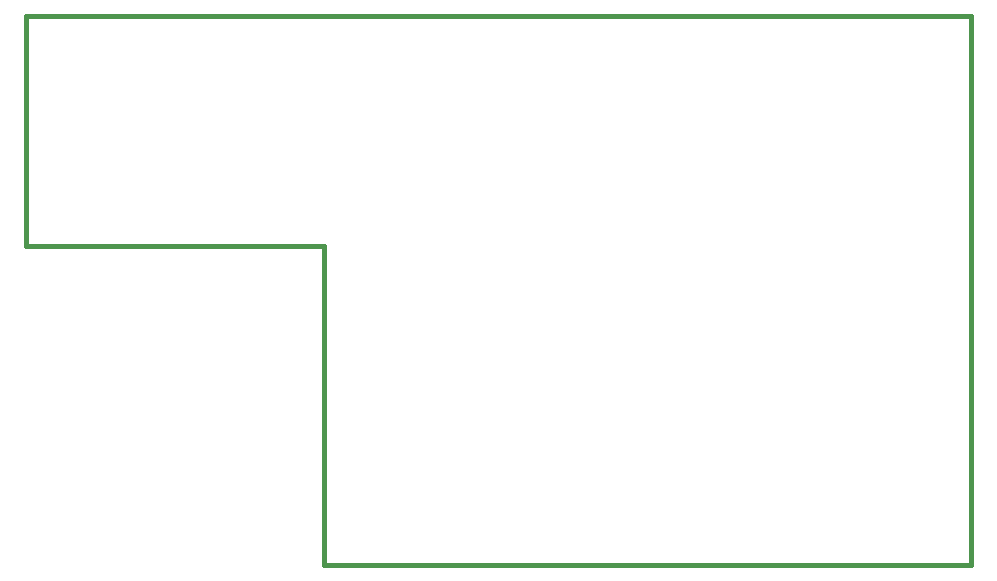
<source format=gko>
G04 #@! TF.GenerationSoftware,KiCad,Pcbnew,(5.1.10)-1*
G04 #@! TF.CreationDate,2021-09-22T18:28:36-04:00*
G04 #@! TF.ProjectId,AudioAmp380,41756469-6f41-46d7-9033-38302e6b6963,1*
G04 #@! TF.SameCoordinates,Original*
G04 #@! TF.FileFunction,Profile,NP*
%FSLAX46Y46*%
G04 Gerber Fmt 4.6, Leading zero omitted, Abs format (unit mm)*
G04 Created by KiCad (PCBNEW (5.1.10)-1) date 2021-09-22 18:28:36*
%MOMM*%
%LPD*%
G01*
G04 APERTURE LIST*
G04 #@! TA.AperFunction,Profile*
%ADD10C,0.381000*%
G04 #@! TD*
G04 APERTURE END LIST*
D10*
X32405000Y-46113400D02*
X108405000Y-46113400D01*
X32405000Y-65613400D02*
X32405000Y-46113400D01*
X112405000Y-46113400D02*
X108405000Y-46113400D01*
X112405000Y-92613400D02*
X112405000Y-46113400D01*
X57678000Y-92613400D02*
X112405000Y-92613400D01*
X57678000Y-65613400D02*
X57678000Y-92613400D01*
X32405000Y-65613400D02*
X57678000Y-65613400D01*
M02*

</source>
